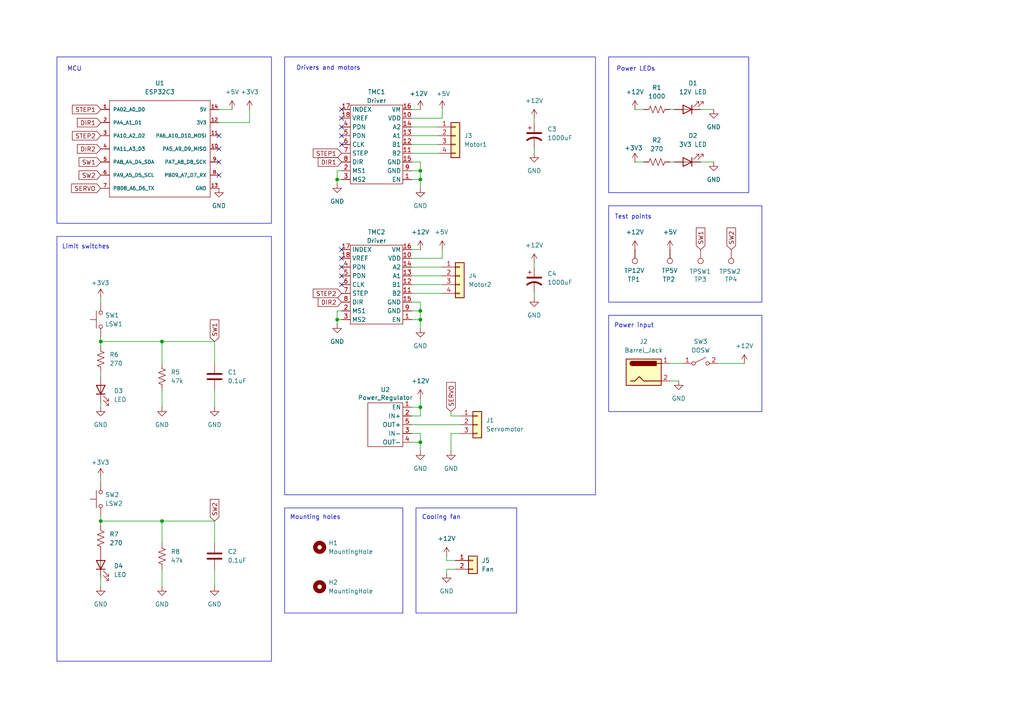
<source format=kicad_sch>
(kicad_sch (version 20250114) (generator "eeschema") (generator_version "9.0")
  (paper "A4")
  (title_block (title "CNChess") (date "2026-01-14") (rev "0") (company "Team 2") (comment 1 "Celeste-Lyi Martel") (comment 2 "Julien St-Jean"))
  (lib_symbols
    (symbol "CNChess:ESP32C3" (pin_names (offset 1.016))
      (property "Reference" "U" (at -21.59 15.24 0))
      (property "Value" "ESP32C3" (at -21.59 13.97 0))
      (symbol "ESP32C3_0_0"
        (polyline (pts (xy -15.24 13.97) (xy 13.97 13.97)) (stroke (width 0.1524)))
        (polyline (pts (xy -15.24 11.43) (xy -16.51 11.43)) (stroke (width 0.1524)))
        (polyline (pts (xy -15.24 11.43) (xy -15.24 13.97)) (stroke (width 0.1524)))
        (polyline (pts (xy -15.24 7.62) (xy -16.51 7.62)) (stroke (width 0.1524)))
        (polyline (pts (xy -15.24 7.62) (xy -15.24 11.43)) (stroke (width 0.1524)))
        (polyline (pts (xy -15.24 3.81) (xy -16.51 3.81)) (stroke (width 0.1524)))
        (polyline (pts (xy -15.24 3.81) (xy -15.24 7.62)) (stroke (width 0.1524)))
        (polyline (pts (xy -15.24 0) (xy -16.51 0)) (stroke (width 0.1524)))
        (polyline (pts (xy -15.24 0) (xy -15.24 3.81)) (stroke (width 0.1524)))
        (polyline (pts (xy -15.24 -3.81) (xy -16.51 -3.81)) (stroke (width 0.1524)))
        (polyline (pts (xy -15.24 -7.62) (xy -16.51 -7.62)) (stroke (width 0.1524)))
        (polyline (pts (xy -15.24 -11.43) (xy -16.51 -11.43)) (stroke (width 0.1524)))
        (polyline (pts (xy -15.24 -13.97) (xy -15.24 0)) (stroke (width 0.1524)))
        (polyline (pts (xy 13.97 13.97) (xy 13.97 11.43)) (stroke (width 0.1524)))
        (polyline (pts (xy 13.97 11.43) (xy 13.97 7.62)) (stroke (width 0.1524)))
        (polyline (pts (xy 13.97 7.62) (xy 13.97 3.81)) (stroke (width 0.1524)))
        (polyline (pts (xy 13.97 3.81) (xy 13.97 -13.97)) (stroke (width 0.1524)))
        (polyline (pts (xy 13.97 -13.97) (xy -15.24 -13.97)) (stroke (width 0.1524)))
        (polyline (pts (xy 15.24 11.43) (xy 13.97 11.43)) (stroke (width 0.1524)))
        (polyline (pts (xy 15.24 7.62) (xy 13.97 7.62)) (stroke (width 0.1524)))
        (polyline (pts (xy 15.24 3.81) (xy 13.97 3.81)) (stroke (width 0.1524)))
        (polyline (pts (xy 15.24 0) (xy 13.97 0)) (stroke (width 0.1524)))
        (polyline (pts (xy 15.24 -3.81) (xy 13.97 -3.81)) (stroke (width 0.1524)))
        (polyline (pts (xy 15.24 -7.62) (xy 13.97 -7.62)) (stroke (width 0.1524)))
        (polyline (pts (xy 15.24 -11.43) (xy 13.97 -11.43)) (stroke (width 0.1524)))
        (pin bidirectional line (at -17.78 11.43 0) (length 2.54) (name "PA02_A0_D0") (number "1"))
        (pin bidirectional line (at -17.78 7.62 0) (length 2.54) (name "PA4_A1_D1") (number "2"))
        (pin bidirectional line (at -17.78 3.81 0) (length 2.54) (name "PA10_A2_D2") (number "3"))
        (pin bidirectional line (at -17.78 0 0) (length 2.54) (name "PA11_A3_D3") (number "4"))
        (pin bidirectional line (at -17.78 -3.81 0) (length 2.54) (name "PA8_A4_D4_SDA") (number "5"))
        (pin bidirectional line (at -17.78 -7.62 0) (length 2.54) (name "PA9_A5_D5_SCL") (number "6"))
        (pin bidirectional line (at -17.78 -11.43 0) (length 2.54) (name "PB08_A6_D6_TX") (number "7"))
        (pin bidirectional line (at 16.51 11.43 180) (length 2.54) (name "5V") (number "14"))
        (pin bidirectional line (at 16.51 3.81 180) (length 2.54) (name "PA6_A10_D10_MOSI") (number "11"))
        (pin bidirectional line (at 16.51 0 180) (length 2.54) (name "PA5_A9_D9_MISO") (number "10"))
        (pin bidirectional line (at 16.51 -3.81 180) (length 2.54) (name "PA7_A8_D8_SCK") (number "9"))
        (pin bidirectional line (at 16.51 -7.62 180) (length 2.54) (name "PB09_A7_D7_RX") (number "8"))
      )
      (symbol "ESP32C3_1_0"
        (pin power_out line (at 16.51 7.62 180) (length 2.54) (name "3V3") (number "12"))
        (pin power_in line (at 16.51 -11.43 180) (length 2.54) (name "GND") (number "13"))
      )
    )
    (symbol "CNChess:REG"
      (property "Reference" "U" (at -3.048 4.318 0))
      (symbol "REG_0_1"
        (rectangle (start -5.08 6.35) (end 5.08 -6.35))
      )
      (symbol "REG_1_1"
        (pin input line (at 7.62 5.08 180) (length 2.54) (name "EN") (number "1"))
        (pin input line (at 7.62 2.54 180) (length 2.54) (name "IN+") (number "2"))
        (pin output line (at 7.62 0 180) (length 2.54) (name "OUT+") (number "5"))
        (pin input line (at 7.62 -2.54 180) (length 2.54) (name "IN-") (number "3"))
        (pin output line (at 7.62 -5.08 180) (length 2.54) (name "OUT-") (number "4"))
      )
    )
    (symbol "CNChess:TMC2209"
      (property "Reference" "TMC2209" (at 0 -6.096 90))
      (symbol "TMC2209_0_1"
        (rectangle (start -7.62 5.08) (end 7.62 -17.78))
      )
      (symbol "TMC2209_1_1"
        (pin input line (at -10.16 3.81 0) (length 2.54) (name "INDEX") (number "17"))
        (pin input line (at -10.16 1.27 0) (length 2.54) (name "VREF") (number "18"))
        (pin bidirectional line (at -10.16 -1.27 0) (length 2.54) (name "PDN") (number "4"))
        (pin bidirectional line (at -10.16 -3.81 0) (length 2.54) (name "PDN") (number "5"))
        (pin input line (at -10.16 -6.35 0) (length 2.54) (name "CLK") (number "6"))
        (pin input line (at -10.16 -8.89 0) (length 2.54) (name "STEP") (number "7"))
        (pin input line (at -10.16 -11.43 0) (length 2.54) (name "DIR") (number "8"))
        (pin input line (at -10.16 -13.97 0) (length 2.54) (name "MS1") (number "2"))
        (pin input line (at -10.16 -16.51 0) (length 2.54) (name "MS2") (number "3"))
        (pin power_in line (at 10.16 3.81 180) (length 2.54) (name "VM") (number "16"))
        (pin power_in line (at 10.16 1.27 180) (length 2.54) (name "VDD") (number "10"))
        (pin passive line (at 10.16 -1.27 180) (length 2.54) (name "A2") (number "14"))
        (pin passive line (at 10.16 -3.81 180) (length 2.54) (name "A1") (number "13"))
        (pin passive line (at 10.16 -6.35 180) (length 2.54) (name "B1") (number "12"))
        (pin passive line (at 10.16 -8.89 180) (length 2.54) (name "B2") (number "11"))
        (pin power_in line (at 10.16 -11.43 180) (length 2.54) (name "GND") (number "15"))
        (pin power_in line (at 10.16 -13.97 180) (length 2.54) (name "GND") (number "9"))
        (pin input line (at 10.16 -16.51 180) (length 2.54) (name "EN") (number "1"))
      )
    )
    (symbol "Connector:Barrel_Jack" (pin_names (offset 1.016))
      (property "Reference" "J" (at 0 5.334 0))
      (property "Value" "Barrel_Jack" (at 0 -5.08 0))
      (symbol "Barrel_Jack_0_1"
        (rectangle (start -5.08 3.81) (end 5.08 -3.81) (stroke (width 0.254)) (fill (type background)))
        (polyline (pts (xy -3.81 -2.54) (xy -2.54 -2.54) (xy -1.27 -1.27) (xy 0 -2.54) (xy 2.54 -2.54) (xy 5.08 -2.54)) (stroke (width 0.254)))
        (arc (start -3.302 1.905) (mid -3.9343 2.54) (end -3.302 3.175) (stroke (width 0.254)))
        (arc (start -3.302 1.905) (mid -3.9343 2.54) (end -3.302 3.175) (stroke (width 0.254)) (fill (type outline)))
        (rectangle (start 3.683 3.175) (end -3.302 1.905) (stroke (width 0.254)) (fill (type outline)))
        (polyline (pts (xy 5.08 2.54) (xy 3.81 2.54)) (stroke (width 0.254)))
      )
      (symbol "Barrel_Jack_1_1"
        (pin passive line (at 7.62 2.54 180) (length 2.54) (name "~") (number "1"))
        (pin passive line (at 7.62 -2.54 180) (length 2.54) (name "~") (number "2"))
      )
    )
    (symbol "Connector:TestPoint" (pin_numbers (hide yes)) (pin_names (offset 0.762) (hide yes))
      (property "Reference" "TP" (at 0 6.858 0))
      (property "Value" "TestPoint" (at 0 5.08 0))
      (symbol "TestPoint_0_1"
        (circle (center 0 3.302) (radius 0.762))
      )
      (symbol "TestPoint_1_1"
        (pin passive line (at 0 0 90) (length 2.54) (name "1") (number "1"))
      )
    )
    (symbol "Connector_Generic:Conn_01x02" (pin_names (offset 1.016) (hide yes))
      (property "Reference" "J" (at 0 2.54 0))
      (property "Value" "Conn_01x02" (at 0 -5.08 0))
      (symbol "Conn_01x02_1_1"
        (rectangle (start -1.27 1.27) (end 1.27 -3.81) (stroke (width 0.254)) (fill (type background)))
        (rectangle (start -1.27 0.127) (end 0 -0.127) (stroke (width 0.1524)))
        (rectangle (start -1.27 -2.413) (end 0 -2.667) (stroke (width 0.1524)))
        (pin passive line (at -5.08 0 0) (length 3.81) (name "Pin_1") (number "1"))
        (pin passive line (at -5.08 -2.54 0) (length 3.81) (name "Pin_2") (number "2"))
      )
    )
    (symbol "Connector_Generic:Conn_01x03" (pin_names (offset 1.016) (hide yes))
      (property "Reference" "J" (at 0 5.08 0))
      (property "Value" "Conn_01x03" (at 0 -5.08 0))
      (symbol "Conn_01x03_1_1"
        (rectangle (start -1.27 3.81) (end 1.27 -3.81) (stroke (width 0.254)) (fill (type background)))
        (rectangle (start -1.27 2.667) (end 0 2.413) (stroke (width 0.1524)))
        (rectangle (start -1.27 0.127) (end 0 -0.127) (stroke (width 0.1524)))
        (rectangle (start -1.27 -2.413) (end 0 -2.667) (stroke (width 0.1524)))
        (pin passive line (at -5.08 2.54 0) (length 3.81) (name "Pin_1") (number "1"))
        (pin passive line (at -5.08 0 0) (length 3.81) (name "Pin_2") (number "2"))
        (pin passive line (at -5.08 -2.54 0) (length 3.81) (name "Pin_3") (number "3"))
      )
    )
    (symbol "Connector_Generic:Conn_01x04" (pin_names (offset 1.016) (hide yes))
      (property "Reference" "J" (at 0 5.08 0))
      (property "Value" "Conn_01x04" (at 0 -7.62 0))
      (symbol "Conn_01x04_1_1"
        (rectangle (start -1.27 3.81) (end 1.27 -6.35) (stroke (width 0.254)) (fill (type background)))
        (rectangle (start -1.27 2.667) (end 0 2.413) (stroke (width 0.1524)))
        (rectangle (start -1.27 0.127) (end 0 -0.127) (stroke (width 0.1524)))
        (rectangle (start -1.27 -2.413) (end 0 -2.667) (stroke (width 0.1524)))
        (rectangle (start -1.27 -4.953) (end 0 -5.207) (stroke (width 0.1524)))
        (pin passive line (at -5.08 2.54 0) (length 3.81) (name "Pin_1") (number "1"))
        (pin passive line (at -5.08 0 0) (length 3.81) (name "Pin_2") (number "2"))
        (pin passive line (at -5.08 -2.54 0) (length 3.81) (name "Pin_3") (number "3"))
        (pin passive line (at -5.08 -5.08 0) (length 3.81) (name "Pin_4") (number "4"))
      )
    )
    (symbol "Device:C" (pin_numbers (hide yes)) (pin_names (offset 0.254))
      (property "Reference" "C" (at 0.635 2.54 0))
      (property "Value" "C" (at 0.635 -2.54 0))
      (symbol "C_0_1"
        (polyline (pts (xy -2.032 0.762) (xy 2.032 0.762)) (stroke (width 0.508)))
        (polyline (pts (xy -2.032 -0.762) (xy 2.032 -0.762)) (stroke (width 0.508)))
      )
      (symbol "C_1_1"
        (pin passive line (at 0 3.81 270) (length 2.794) (name "~") (number "1"))
        (pin passive line (at 0 -3.81 90) (length 2.794) (name "~") (number "2"))
      )
    )
    (symbol "Device:C_Polarized_US" (pin_numbers (hide yes)) (pin_names (offset 0.254) (hide yes))
      (property "Reference" "C" (at 0.635 2.54 0))
      (property "Value" "C_Polarized_US" (at 0.635 -2.54 0))
      (symbol "C_Polarized_US_0_1"
        (polyline (pts (xy -2.032 0.762) (xy 2.032 0.762)) (stroke (width 0.508)))
        (polyline (pts (xy -1.778 2.286) (xy -0.762 2.286)))
        (polyline (pts (xy -1.27 1.778) (xy -1.27 2.794)))
        (arc (start -2.032 -1.27) (mid 0 -0.5572) (end 2.032 -1.27) (stroke (width 0.508)))
      )
      (symbol "C_Polarized_US_1_1"
        (pin passive line (at 0 3.81 270) (length 2.794) (name "~") (number "1"))
        (pin passive line (at 0 -3.81 90) (length 3.302) (name "~") (number "2"))
      )
    )
    (symbol "Device:LED" (pin_numbers (hide yes)) (pin_names (offset 1.016) (hide yes))
      (property "Reference" "D" (at 0 2.54 0))
      (property "Value" "LED" (at 0 -2.54 0))
      (symbol "LED_0_1"
        (polyline (pts (xy -3.048 -0.762) (xy -4.572 -2.286) (xy -3.81 -2.286) (xy -4.572 -2.286) (xy -4.572 -1.524)))
        (polyline (pts (xy -1.778 -0.762) (xy -3.302 -2.286) (xy -2.54 -2.286) (xy -3.302 -2.286) (xy -3.302 -1.524)))
        (polyline (pts (xy -1.27 0) (xy 1.27 0)))
        (polyline (pts (xy -1.27 -1.27) (xy -1.27 1.27)) (stroke (width 0.254)))
        (polyline (pts (xy 1.27 -1.27) (xy 1.27 1.27) (xy -1.27 0) (xy 1.27 -1.27)) (stroke (width 0.254)))
      )
      (symbol "LED_1_1"
        (pin passive line (at -3.81 0 0) (length 2.54) (name "K") (number "1"))
        (pin passive line (at 3.81 0 180) (length 2.54) (name "A") (number "2"))
      )
    )
    (symbol "Device:R_US" (pin_numbers (hide yes)) (pin_names (offset 0))
      (property "Reference" "R" (at 2.54 0 90))
      (property "Value" "R_US" (at -2.54 0 90))
      (symbol "R_US_0_1"
        (polyline (pts (xy 0 2.286) (xy 0 2.54)))
        (polyline (pts (xy 0 2.286) (xy 1.016 1.905) (xy 0 1.524) (xy -1.016 1.143) (xy 0 0.762)))
        (polyline (pts (xy 0 0.762) (xy 1.016 0.381) (xy 0 0) (xy -1.016 -0.381) (xy 0 -0.762)))
        (polyline (pts (xy 0 -0.762) (xy 1.016 -1.143) (xy 0 -1.524) (xy -1.016 -1.905) (xy 0 -2.286)))
        (polyline (pts (xy 0 -2.286) (xy 0 -2.54)))
      )
      (symbol "R_US_1_1"
        (pin passive line (at 0 3.81 270) (length 1.27) (name "~") (number "1"))
        (pin passive line (at 0 -3.81 90) (length 1.27) (name "~") (number "2"))
      )
    )
    (symbol "Mechanical:MountingHole" (pin_names (offset 1.016)) (exclude_from_sim yes) (in_bom no)
      (property "Reference" "H" (at 0 5.08 0))
      (property "Value" "MountingHole" (at 0 3.175 0))
      (symbol "MountingHole_0_1"
        (circle (center 0 0) (radius 1.27) (stroke (width 1.27)))
      )
    )
    (symbol "Switch:SW_Push" (pin_numbers (hide yes)) (pin_names (offset 1.016) (hide yes))
      (property "Reference" "SW" (at 1.27 2.54 0))
      (property "Value" "SW_Push" (at 0 -1.524 0))
      (symbol "SW_Push_0_1"
        (circle (center -2.032 0) (radius 0.508))
        (polyline (pts (xy 0 1.27) (xy 0 3.048)))
        (circle (center 2.032 0) (radius 0.508))
        (polyline (pts (xy 2.54 1.27) (xy -2.54 1.27)))
        (pin passive line (at -5.08 0 0) (length 2.54) (name "1") (number "1"))
        (pin passive line (at 5.08 0 180) (length 2.54) (name "2") (number "2"))
      )
    )
    (symbol "Switch:SW_SPST" (pin_names (offset 0) (hide yes))
      (property "Reference" "SW" (at 0 3.175 0))
      (property "Value" "SW_SPST" (at 0 -2.54 0))
      (symbol "SW_SPST_0_0"
        (circle (center -2.032 0) (radius 0.508))
        (polyline (pts (xy -1.524 0.254) (xy 1.524 1.778)))
        (circle (center 2.032 0) (radius 0.508))
      )
      (symbol "SW_SPST_1_1"
        (pin passive line (at -5.08 0 0) (length 2.54) (name "A") (number "1"))
        (pin passive line (at 5.08 0 180) (length 2.54) (name "B") (number "2"))
      )
    )
    (symbol "TMC2209_1"
      (property "Reference" "TMC2209" (at 0 -6.096 90))
      (symbol "TMC2209_1_0_1"
        (rectangle (start -7.62 5.08) (end 7.62 -17.78))
      )
      (symbol "TMC2209_1_1_1"
        (pin input line (at -10.16 3.81 0) (length 2.54) (name "INDEX") (number "17"))
        (pin input line (at -10.16 1.27 0) (length 2.54) (name "VREF") (number "18"))
        (pin bidirectional line (at -10.16 -1.27 0) (length 2.54) (name "PDN") (number "4"))
        (pin bidirectional line (at -10.16 -3.81 0) (length 2.54) (name "PDN") (number "5"))
        (pin input line (at -10.16 -6.35 0) (length 2.54) (name "CLK") (number "6"))
        (pin input line (at -10.16 -8.89 0) (length 2.54) (name "STEP") (number "7"))
        (pin input line (at -10.16 -11.43 0) (length 2.54) (name "DIR") (number "8"))
        (pin input line (at -10.16 -13.97 0) (length 2.54) (name "MS1") (number "2"))
        (pin input line (at -10.16 -16.51 0) (length 2.54) (name "MS2") (number "3"))
        (pin power_in line (at 10.16 3.81 180) (length 2.54) (name "VM") (number "16"))
        (pin power_in line (at 10.16 1.27 180) (length 2.54) (name "VDD") (number "10"))
        (pin passive line (at 10.16 -1.27 180) (length 2.54) (name "A2") (number "14"))
        (pin passive line (at 10.16 -3.81 180) (length 2.54) (name "A1") (number "13"))
        (pin passive line (at 10.16 -6.35 180) (length 2.54) (name "B1") (number "12"))
        (pin passive line (at 10.16 -8.89 180) (length 2.54) (name "B2") (number "11"))
        (pin power_in line (at 10.16 -11.43 180) (length 2.54) (name "GND") (number "15"))
        (pin power_in line (at 10.16 -13.97 180) (length 2.54) (name "GND") (number "9"))
        (pin input line (at 10.16 -16.51 180) (length 2.54) (name "EN") (number "1"))
      )
    )
    (symbol "power:+5V" (power) (pin_numbers (hide yes)) (pin_names (offset 0) (hide yes))
      (property "Value" "+5V" (at 0 3.556 0))
      (symbol "+5V_0_1"
        (polyline (pts (xy -0.762 1.27) (xy 0 2.54)))
        (polyline (pts (xy 0 2.54) (xy 0.762 1.27)))
        (polyline (pts (xy 0 0) (xy 0 2.54)))
      )
      (symbol "+5V_1_1"
        (pin power_in line (at 0 0 90) (length 0) (name "~") (number "1"))
      )
    )
    (symbol "power:GND" (power) (pin_numbers (hide yes)) (pin_names (offset 0) (hide yes))
      (property "Value" "GND" (at 0 -3.81 0))
      (symbol "GND_0_1"
        (polyline (pts (xy 0 0) (xy 0 -1.27) (xy 1.27 -1.27) (xy 0 -2.54) (xy -1.27 -1.27) (xy 0 -1.27)))
      )
      (symbol "GND_1_1"
        (pin power_in line (at 0 0 270) (length 0) (name "~") (number "1"))
      )
    )
  )
  (rectangle (start 176.53 59.69) (end 220.98 87.63))
  (rectangle (start 16.51 16.51) (end 78.74 64.77))
  (rectangle (start 16.51 68.58) (end 78.74 191.77))
  (rectangle (start 82.55 16.51) (end 172.72 143.51))
  (rectangle (start 120.65 147.32) (end 149.86 177.8))
  (rectangle (start 176.53 16.51) (end 217.17 55.88))
  (rectangle (start 82.55 147.32) (end 116.84 177.8))
  (rectangle (start 176.53 91.44) (end 220.98 119.38))
  (text "Limit switches" (at 24.892 71.628 0) (effects (font (size 1.27 1.27))))
  (text "Mounting holes" (at 91.44 150.114 0) (effects (font (size 1.27 1.27))))
  (text "Drivers and motors" (at 95.25 19.812 0) (effects (font (size 1.27 1.27))))
  (text "Cooling fan" (at 128.016 150.114 0) (effects (font (size 1.27 1.27))))
  (text "Test points" (at 183.642 62.992 0) (effects (font (size 1.27 1.27))))
  (text "MCU" (at 21.59 20.066 0) (effects (font (size 1.27 1.27))))
  (text "Power LEDs" (at 184.404 20.066 0) (effects (font (size 1.27 1.27))))
  (text "Power input" (at 183.896 94.488 0) (effects (font (size 1.27 1.27))))
  (junction (at 29.21 99.06))
  (junction (at 46.99 99.06))
  (junction (at 121.92 92.71))
  (junction (at 121.92 118.11))
  (junction (at 121.92 52.07))
  (junction (at 121.92 128.27))
  (junction (at 97.79 52.07))
  (junction (at 46.99 151.13))
  (junction (at 97.79 92.71))
  (junction (at 29.21 151.13))
  (junction (at 121.92 90.17))
  (junction (at 121.92 49.53))
  (no_connect (at 99.06 72.39))
  (no_connect (at 99.06 82.55))
  (no_connect (at 99.06 39.37))
  (no_connect (at 63.5 43.18))
  (no_connect (at 63.5 46.99))
  (no_connect (at 63.5 50.8))
  (no_connect (at 63.5 39.37))
  (no_connect (at 99.06 34.29))
  (no_connect (at 99.06 36.83))
  (no_connect (at 99.06 80.01))
  (no_connect (at 99.06 31.75))
  (no_connect (at 99.06 77.47))
  (no_connect (at 99.06 74.93))
  (no_connect (at 99.06 41.91))
  (wire (pts (xy 119.38 72.39) (xy 121.92 72.39)))
  (wire (pts (xy 119.38 49.53) (xy 121.92 49.53)))
  (wire (pts (xy 97.79 90.17) (xy 97.79 92.71)))
  (wire (pts (xy 46.99 113.03) (xy 46.99 118.11)))
  (wire (pts (xy 121.92 115.57) (xy 121.92 118.11)))
  (wire (pts (xy 121.92 87.63) (xy 121.92 90.17)))
  (wire (pts (xy 29.21 99.06) (xy 46.99 99.06)))
  (wire (pts (xy 121.92 120.65) (xy 121.92 118.11)))
  (wire (pts (xy 119.38 36.83) (xy 127 36.83)))
  (wire (pts (xy 184.15 46.99) (xy 186.69 46.99)))
  (wire (pts (xy 121.92 125.73) (xy 121.92 128.27)))
  (wire (pts (xy 97.79 52.07) (xy 99.06 52.07)))
  (wire (pts (xy 99.06 90.17) (xy 97.79 90.17)))
  (wire (pts (xy 132.08 162.56) (xy 129.54 162.56)))
  (wire (pts (xy 72.39 31.75) (xy 72.39 35.56)))
  (wire (pts (xy 46.99 151.13) (xy 62.23 151.13)))
  (wire (pts (xy 119.38 90.17) (xy 121.92 90.17)))
  (wire (pts (xy 46.99 165.1) (xy 46.99 170.18)))
  (wire (pts (xy 121.92 118.11) (xy 119.38 118.11)))
  (wire (pts (xy 119.38 31.75) (xy 121.92 31.75)))
  (wire (pts (xy 130.81 130.81) (xy 130.81 125.73)))
  (wire (pts (xy 207.01 31.75) (xy 203.2 31.75)))
  (wire (pts (xy 128.27 74.93) (xy 119.38 74.93)))
  (wire (pts (xy 194.31 105.41) (xy 198.12 105.41)))
  (wire (pts (xy 121.92 128.27) (xy 121.92 130.81)))
  (wire (pts (xy 121.92 46.99) (xy 121.92 49.53)))
  (wire (pts (xy 62.23 165.1) (xy 62.23 170.18)))
  (wire (pts (xy 63.5 31.75) (xy 67.31 31.75)))
  (wire (pts (xy 119.38 44.45) (xy 127 44.45)))
  (wire (pts (xy 130.81 120.65) (xy 133.35 120.65)))
  (wire (pts (xy 121.92 52.07) (xy 121.92 54.61)))
  (wire (pts (xy 29.21 99.06) (xy 29.21 100.33)))
  (wire (pts (xy 97.79 52.07) (xy 97.79 53.34)))
  (wire (pts (xy 119.38 39.37) (xy 127 39.37)))
  (wire (pts (xy 128.27 72.39) (xy 128.27 74.93)))
  (wire (pts (xy 184.15 31.75) (xy 186.69 31.75)))
  (wire (pts (xy 129.54 165.1) (xy 129.54 166.37)))
  (wire (pts (xy 62.23 113.03) (xy 62.23 118.11)))
  (wire (pts (xy 119.38 80.01) (xy 128.27 80.01)))
  (wire (pts (xy 46.99 105.41) (xy 46.99 99.06)))
  (wire (pts (xy 97.79 92.71) (xy 99.06 92.71)))
  (wire (pts (xy 29.21 109.22) (xy 29.21 107.95)))
  (wire (pts (xy 99.06 49.53) (xy 97.79 49.53)))
  (wire (pts (xy 29.21 116.84) (xy 29.21 118.11)))
  (wire (pts (xy 29.21 149.86) (xy 29.21 151.13)))
  (wire (pts (xy 72.39 35.56) (xy 63.5 35.56)))
  (wire (pts (xy 46.99 99.06) (xy 62.23 99.06)))
  (wire (pts (xy 208.28 105.41) (xy 215.9 105.41)))
  (wire (pts (xy 132.08 165.1) (xy 129.54 165.1)))
  (wire (pts (xy 46.99 157.48) (xy 46.99 151.13)))
  (wire (pts (xy 130.81 119.38) (xy 130.81 120.65)))
  (wire (pts (xy 121.92 49.53) (xy 121.92 52.07)))
  (wire (pts (xy 62.23 151.13) (xy 62.23 157.48)))
  (wire (pts (xy 119.38 125.73) (xy 121.92 125.73)))
  (wire (pts (xy 194.31 31.75) (xy 195.58 31.75)))
  (wire (pts (xy 29.21 151.13) (xy 46.99 151.13)))
  (wire (pts (xy 154.94 76.2) (xy 154.94 77.47)))
  (wire (pts (xy 119.38 128.27) (xy 121.92 128.27)))
  (wire (pts (xy 119.38 41.91) (xy 127 41.91)))
  (wire (pts (xy 194.31 46.99) (xy 195.58 46.99)))
  (wire (pts (xy 119.38 52.07) (xy 121.92 52.07)))
  (wire (pts (xy 128.27 34.29) (xy 119.38 34.29)))
  (wire (pts (xy 29.21 86.36) (xy 29.21 87.63)))
  (wire (pts (xy 119.38 82.55) (xy 128.27 82.55)))
  (wire (pts (xy 154.94 86.36) (xy 154.94 85.09)))
  (wire (pts (xy 194.31 110.49) (xy 196.85 110.49)))
  (wire (pts (xy 29.21 97.79) (xy 29.21 99.06)))
  (wire (pts (xy 97.79 49.53) (xy 97.79 52.07)))
  (wire (pts (xy 62.23 99.06) (xy 62.23 105.41)))
  (wire (pts (xy 119.38 92.71) (xy 121.92 92.71)))
  (wire (pts (xy 119.38 77.47) (xy 128.27 77.47)))
  (wire (pts (xy 97.79 92.71) (xy 97.79 93.98)))
  (wire (pts (xy 121.92 92.71) (xy 121.92 95.25)))
  (wire (pts (xy 119.38 123.19) (xy 133.35 123.19)))
  (wire (pts (xy 154.94 44.45) (xy 154.94 43.18)))
  (wire (pts (xy 29.21 151.13) (xy 29.21 152.4)))
  (wire (pts (xy 119.38 120.65) (xy 121.92 120.65)))
  (wire (pts (xy 154.94 34.29) (xy 154.94 35.56)))
  (wire (pts (xy 128.27 31.75) (xy 128.27 34.29)))
  (wire (pts (xy 29.21 138.43) (xy 29.21 139.7)))
  (wire (pts (xy 29.21 167.64) (xy 29.21 170.18)))
  (wire (pts (xy 119.38 85.09) (xy 128.27 85.09)))
  (wire (pts (xy 207.01 46.99) (xy 203.2 46.99)))
  (wire (pts (xy 119.38 46.99) (xy 121.92 46.99)))
  (wire (pts (xy 129.54 162.56) (xy 129.54 161.29)))
  (wire (pts (xy 121.92 90.17) (xy 121.92 92.71)))
  (wire (pts (xy 119.38 87.63) (xy 121.92 87.63)))
  (wire (pts (xy 130.81 125.73) (xy 133.35 125.73)))
  (global_label "STEP1" (shape input) (at 29.21 31.75 180) (property "Intersheetrefs" "${INTERSHEET_REFS}" (effects (hide yes))))
  (global_label "DIR2" (shape input) (at 29.21 43.18 180) (property "Intersheetrefs" "${INTERSHEET_REFS}" (effects (hide yes))))
  (global_label "SW1" (shape input) (at 29.21 46.99 180) (property "Intersheetrefs" "${INTERSHEET_REFS}" (effects (hide yes))))
  (global_label "SW1" (shape input) (at 203.2 72.39 90) (property "Intersheetrefs" "${INTERSHEET_REFS}" (effects (hide yes))))
  (global_label "SW1" (shape input) (at 62.23 99.06 90) (property "Intersheetrefs" "${INTERSHEET_REFS}" (effects (hide yes))))
  (global_label "STEP1" (shape input) (at 99.06 44.45 180) (property "Intersheetrefs" "${INTERSHEET_REFS}" (effects (hide yes))))
  (global_label "SERVO" (shape input) (at 29.21 54.61 180) (property "Intersheetrefs" "${INTERSHEET_REFS}" (effects (hide yes))))
  (global_label "SW2" (shape input) (at 62.23 151.13 90) (property "Intersheetrefs" "${INTERSHEET_REFS}" (effects (hide yes))))
  (global_label "SERVO" (shape input) (at 130.81 119.38 90) (property "Intersheetrefs" "${INTERSHEET_REFS}" (effects (hide yes))))
  (global_label "DIR2" (shape input) (at 99.06 87.63 180) (property "Intersheetrefs" "${INTERSHEET_REFS}" (effects (hide yes))))
  (global_label "DIR1" (shape input) (at 99.06 46.99 180) (property "Intersheetrefs" "${INTERSHEET_REFS}" (effects (hide yes))))
  (global_label "SW2" (shape input) (at 212.09 72.39 90) (property "Intersheetrefs" "${INTERSHEET_REFS}" (effects (hide yes))))
  (global_label "STEP2" (shape input) (at 29.21 39.37 180) (property "Intersheetrefs" "${INTERSHEET_REFS}" (effects (hide yes))))
  (global_label "DIR1" (shape input) (at 29.21 35.56 180) (property "Intersheetrefs" "${INTERSHEET_REFS}" (effects (hide yes))))
  (global_label "SW2" (shape input) (at 29.21 50.8 180) (property "Intersheetrefs" "${INTERSHEET_REFS}" (effects (hide yes))))
  (global_label "STEP2" (shape input) (at 99.06 85.09 180) (property "Intersheetrefs" "${INTERSHEET_REFS}" (effects (hide yes))))
  (symbol (lib_id "Mechanical:MountingHole") (at 92.71 170.18 0) (unit 1) (exclude_from_sim yes) (in_bom no)
    (property "Reference" "H2" (at 95.25 168.9099 0) (effects (justify left)))
    (property "Value" "MountingHole" (at 95.25 171.4499 0) (effects (justify left)))
    (property "Footprint" "MountingHole:MountingHole_3.2mm_M3_Pad" (effects (hide yes)))
    (property "Description" "Mounting Hole without connection" (effects (hide yes)))
  )
  (symbol (lib_id "Connector:TestPoint") (at 203.2 72.39 180) (unit 1)
    (property "Reference" "TP3" (at 204.978 81.026 0) (effects (justify left)))
    (property "Value" "TPSW1" (at 206.248 78.74 0) (effects (justify left)))
    (property "Footprint" "TestPoint:TestPoint_Pad_D1.5mm" (effects (hide yes)))
    (property "Description" "test point" (effects (hide yes)))
  )
  (symbol (lib_id "power:+5V") (at 154.94 34.29 0) (unit 1)
    (property "Reference" "#PWR020" (effects (hide yes)))
    (property "Value" "+12V" (at 154.94 29.21 0))
    (property "Description" "Power symbol creates a global label with name \"+5V\"" (effects (hide yes)))
  )
  (symbol (lib_id "power:+5V") (at 184.15 72.39 0) (unit 1)
    (property "Reference" "#PWR012" (effects (hide yes)))
    (property "Value" "+12V" (at 184.15 67.31 0))
    (property "Description" "Power symbol creates a global label with name \"+5V\"" (effects (hide yes)))
  )
  (symbol (lib_id "Connector:TestPoint") (at 194.31 72.39 180) (unit 1)
    (property "Reference" "TP2" (at 195.834 81.026 0) (effects (justify left)))
    (property "Value" "TP5V" (at 196.596 78.486 0) (effects (justify left)))
    (property "Footprint" "TestPoint:TestPoint_Pad_D1.5mm" (effects (hide yes)))
    (property "Description" "test point" (effects (hide yes)))
  )
  (symbol (lib_id "Device:LED") (at 29.21 163.83 90) (unit 1)
    (property "Reference" "D4" (at 33.02 164.1474 90) (effects (justify right)))
    (property "Value" "LED" (at 33.02 166.6874 90) (effects (justify right)))
    (property "Footprint" "Connector_JST:JST_XH_B2B-XH-A_1x02_P2.50mm_Vertical" (effects (hide yes)))
    (property "Description" "Light emitting diode" (effects (hide yes)))
    (property "Sim.Pins" "1=K 2=A" (effects (hide yes)))
  )
  (symbol (lib_id "power:+5V") (at 121.92 115.57 0) (unit 1)
    (property "Reference" "#PWR025" (effects (hide yes)))
    (property "Value" "+12V" (at 121.92 110.49 0))
    (property "Description" "Power symbol creates a global label with name \"+5V\"" (effects (hide yes)))
  )
  (symbol (lib_id "power:+5V") (at 184.15 31.75 0) (unit 1)
    (property "Reference" "#PWR02" (effects (hide yes)))
    (property "Value" "+12V" (at 184.15 26.67 0))
    (property "Description" "Power symbol creates a global label with name \"+5V\"" (effects (hide yes)))
  )
  (symbol (lib_id "Connector:TestPoint") (at 212.09 72.39 180) (unit 1)
    (property "Reference" "TP4" (at 213.868 81.026 0) (effects (justify left)))
    (property "Value" "TPSW2" (at 214.884 78.74 0) (effects (justify left)))
    (property "Footprint" "TestPoint:TestPoint_Pad_D1.5mm" (effects (hide yes)))
    (property "Description" "test point" (effects (hide yes)))
  )
  (symbol (lib_id "power:+5V") (at 128.27 31.75 0) (unit 1)
    (property "Reference" "#PWR022" (effects (hide yes)))
    (property "Value" "+5V" (at 126.492 27.178 0) (effects (justify left)))
    (property "Description" "Power symbol creates a global label with name \"+5V\"" (effects (hide yes)))
  )
  (symbol (lib_id "Device:C") (at 62.23 109.22 0) (unit 1)
    (property "Reference" "C1" (at 66.04 107.9499 0) (effects (justify left)))
    (property "Value" "0.1uF" (at 66.04 110.4899 0) (effects (justify left)))
    (property "Footprint" "CNChess_footprints:CAP0_1u" (effects (hide yes)))
    (property "Description" "Unpolarized capacitor" (effects (hide yes)))
  )
  (symbol (lib_id "Device:R_US") (at 29.21 156.21 180) (unit 1)
    (property "Reference" "R7" (at 31.75 154.9399 0) (effects (justify right)))
    (property "Value" "270" (at 31.75 157.4799 0) (effects (justify right)))
    (property "Footprint" "Resistor_THT:R_Axial_DIN0204_L3.6mm_D1.6mm_P5.08mm_Horizontal" (effects (hide yes)))
    (property "Description" "Resistor, US symbol" (effects (hide yes)))
  )
  (symbol (lib_id "CNChess:TMC2209") (at 109.22 76.2 0) (unit 1)
    (property "Reference" "TMC2" (at 109.22 67.31 0))
    (property "Value" "Driver" (at 109.22 69.85 0))
    (property "Footprint" "CNChess_footprints:TMC2209" (effects (hide yes)))
  )
  (symbol (lib_id "power:+5V") (at 121.92 72.39 0) (unit 1)
    (property "Reference" "#PWR015" (effects (hide yes)))
    (property "Value" "+12V" (at 121.92 67.31 0))
    (property "Description" "Power symbol creates a global label with name \"+5V\"" (effects (hide yes)))
  )
  (symbol (lib_id "power:GND") (at 196.85 110.49 0) (unit 1)
    (property "Reference" "#PWR029" (effects (hide yes)))
    (property "Value" "GND" (at 196.85 115.57 0))
    (property "Description" "Power symbol creates a global label with name \"GND\" , ground" (effects (hide yes)))
  )
  (symbol (lib_id "power:+5V") (at 29.21 86.36 0) (unit 1)
    (property "Reference" "#PWR08" (effects (hide yes)))
    (property "Value" "+3V3" (at 26.416 82.042 0) (effects (justify left)))
    (property "Description" "Power symbol creates a global label with name \"+5V\"" (effects (hide yes)))
  )
  (symbol (lib_name "TMC2209_1") (lib_id "CNChess:TMC2209") (at 109.22 35.56 0) (unit 1)
    (property "Reference" "TMC1" (at 109.22 26.67 0))
    (property "Value" "Driver" (at 109.22 29.21 0))
    (property "Footprint" "CNChess_footprints:TMC2209" (effects (hide yes)))
  )
  (symbol (lib_id "Device:C_Polarized_US") (at 154.94 39.37 0) (unit 1)
    (property "Reference" "C3" (at 158.75 37.4649 0) (effects (justify left)))
    (property "Value" "1000uF" (at 158.75 40.0049 0) (effects (justify left)))
    (property "Footprint" "Capacitor_THT:CP_Radial_D8.0mm_P3.50mm" (effects (hide yes)))
    (property "Description" "Polarized capacitor, US symbol" (effects (hide yes)))
  )
  (symbol (lib_id "power:+5V") (at 184.15 46.99 0) (unit 1)
    (property "Reference" "#PWR03" (effects (hide yes)))
    (property "Value" "+3V3" (at 181.102 42.926 0) (effects (justify left)))
    (property "Description" "Power symbol creates a global label with name \"+5V\"" (effects (hide yes)))
  )
  (symbol (lib_id "power:GND") (at 121.92 95.25 0) (unit 1)
    (property "Reference" "#PWR014" (effects (hide yes)))
    (property "Value" "GND" (at 121.92 100.33 0))
    (property "Description" "Power symbol creates a global label with name \"GND\" , ground" (effects (hide yes)))
  )
  (symbol (lib_id "Device:R_US") (at 190.5 31.75 90) (unit 1)
    (property "Reference" "R1" (at 190.5 25.4 90))
    (property "Value" "1000" (at 190.5 27.94 90))
    (property "Footprint" "Resistor_THT:R_Axial_DIN0204_L3.6mm_D1.6mm_P5.08mm_Horizontal" (effects (hide yes)))
    (property "Description" "Resistor, US symbol" (effects (hide yes)))
  )
  (symbol (lib_id "power:+5V") (at 67.31 31.75 0) (unit 1)
    (property "Reference" "#PWR05" (effects (hide yes)))
    (property "Value" "+5V" (at 67.31 26.67 0))
    (property "Description" "Power symbol creates a global label with name \"+5V\"" (effects (hide yes)))
  )
  (symbol (lib_id "power:+5V") (at 129.54 161.29 0) (unit 1)
    (property "Reference" "#PWR030" (effects (hide yes)))
    (property "Value" "+12V" (at 129.54 156.21 0))
    (property "Description" "Power symbol creates a global label with name \"+5V\"" (effects (hide yes)))
  )
  (symbol (lib_id "Device:LED") (at 199.39 46.99 180) (unit 1)
    (property "Reference" "D2" (at 200.9775 39.37 0))
    (property "Value" "3V3 LED" (at 200.9775 41.91 0))
    (property "Footprint" "Connector_JST:JST_XH_B2B-XH-A_1x02_P2.50mm_Vertical" (effects (hide yes)))
    (property "Description" "Light emitting diode" (effects (hide yes)))
    (property "Sim.Pins" "1=K 2=A" (effects (hide yes)))
  )
  (symbol (lib_id "power:GND") (at 121.92 130.81 0) (unit 1)
    (property "Reference" "#PWR035" (effects (hide yes)))
    (property "Value" "GND" (at 121.92 135.89 0))
    (property "Description" "Power symbol creates a global label with name \"GND\" , ground" (effects (hide yes)))
  )
  (symbol (lib_id "power:GND") (at 97.79 93.98 0) (unit 1)
    (property "Reference" "#PWR016" (effects (hide yes)))
    (property "Value" "GND" (at 97.79 99.06 0))
    (property "Description" "Power symbol creates a global label with name \"GND\" , ground" (effects (hide yes)))
  )
  (symbol (lib_id "power:+5V") (at 154.94 76.2 0) (unit 1)
    (property "Reference" "#PWR026" (effects (hide yes)))
    (property "Value" "+12V" (at 154.94 71.12 0))
    (property "Description" "Power symbol creates a global label with name \"+5V\"" (effects (hide yes)))
  )
  (symbol (lib_id "Device:R_US") (at 29.21 104.14 180) (unit 1)
    (property "Reference" "R6" (at 31.75 102.8699 0) (effects (justify right)))
    (property "Value" "270" (at 31.75 105.4099 0) (effects (justify right)))
    (property "Footprint" "Resistor_THT:R_Axial_DIN0204_L3.6mm_D1.6mm_P5.08mm_Horizontal" (effects (hide yes)))
    (property "Description" "Resistor, US symbol" (effects (hide yes)))
  )
  (symbol (lib_id "power:+5V") (at 121.92 31.75 0) (unit 1)
    (property "Reference" "#PWR018" (effects (hide yes)))
    (property "Value" "+12V" (at 121.412 27.178 0))
    (property "Description" "Power symbol creates a global label with name \"+5V\"" (effects (hide yes)))
  )
  (symbol (lib_id "Connector:Barrel_Jack") (at 186.69 107.95 0) (unit 1)
    (property "Reference" "J2" (at 186.69 99.06 0))
    (property "Value" "Barrel_Jack" (at 186.69 101.6 0))
    (property "Footprint" "CNChess_footprints:BarrelJack_Horizontal" (effects (hide yes)))
    (property "Description" "DC Barrel Jack" (effects (hide yes)))
  )
  (symbol (lib_id "Switch:SW_Push") (at 29.21 144.78 90) (unit 1)
    (property "Reference" "SW2" (at 30.48 143.5099 90) (effects (justify right)))
    (property "Value" "LSW2" (at 30.48 146.0499 90) (effects (justify right)))
    (property "Footprint" "Connector_JST:JST_XH_B2B-XH-A_1x02_P2.50mm_Vertical" (effects (hide yes)))
    (property "Description" "Push button switch, generic, two pins" (effects (hide yes)))
  )
  (symbol (lib_id "power:GND") (at 154.94 86.36 0) (unit 1)
    (property "Reference" "#PWR027" (effects (hide yes)))
    (property "Value" "GND" (at 154.94 91.44 0))
    (property "Description" "Power symbol creates a global label with name \"GND\" , ground" (effects (hide yes)))
  )
  (symbol (lib_id "power:+5V") (at 215.9 105.41 0) (unit 1)
    (property "Reference" "#PWR028" (effects (hide yes)))
    (property "Value" "+12V" (at 215.9 100.33 0))
    (property "Description" "Power symbol creates a global label with name \"+5V\"" (effects (hide yes)))
  )
  (symbol (lib_id "Device:R_US") (at 46.99 161.29 180) (unit 1)
    (property "Reference" "R8" (at 49.53 160.0199 0) (effects (justify right)))
    (property "Value" "47k" (at 49.53 162.5599 0) (effects (justify right)))
    (property "Footprint" "Resistor_THT:R_Axial_DIN0204_L3.6mm_D1.6mm_P5.08mm_Horizontal" (effects (hide yes)))
    (property "Description" "Resistor, US symbol" (effects (hide yes)))
  )
  (symbol (lib_id "power:GND") (at 62.23 118.11 0) (unit 1)
    (property "Reference" "#PWR032" (effects (hide yes)))
    (property "Value" "GND" (at 62.23 123.19 0))
    (property "Description" "Power symbol creates a global label with name \"GND\" , ground" (effects (hide yes)))
  )
  (symbol (lib_id "power:GND") (at 129.54 166.37 0) (unit 1)
    (property "Reference" "#PWR031" (effects (hide yes)))
    (property "Value" "GND" (at 129.54 171.45 0))
    (property "Description" "Power symbol creates a global label with name \"GND\" , ground" (effects (hide yes)))
  )
  (symbol (lib_id "Connector_Generic:Conn_01x04") (at 133.35 80.01 0) (unit 1)
    (property "Reference" "J4" (at 135.89 80.0099 0) (effects (justify left)))
    (property "Value" "Motor2" (at 135.89 82.5499 0) (effects (justify left)))
    (property "Footprint" "Connector_JST:JST_XH_B4B-XH-A_1x04_P2.50mm_Vertical" (effects (hide yes)))
    (property "Description" "Generic connector, single row, 01x04, script generated (kicad-library-utils/schlib/autogen/connector/)" (effects (hide yes)))
  )
  (symbol (lib_id "power:+5V") (at 72.39 31.75 0) (unit 1)
    (property "Reference" "#PWR036" (effects (hide yes)))
    (property "Value" "+3V3" (at 72.39 26.67 0))
    (property "Description" "Power symbol creates a global label with name \"+5V\"" (effects (hide yes)))
  )
  (symbol (lib_id "CNChess:REG") (at 111.76 123.19 0) (unit 1)
    (property "Reference" "U2" (at 111.76 113.03 0))
    (property "Value" "Power_Regulator" (at 111.76 115.316 0))
    (property "Footprint" "CNChess_footprints:Reg_12V" (effects (hide yes)))
  )
  (symbol (lib_id "power:+5V") (at 194.31 72.39 0) (unit 1)
    (property "Reference" "#PWR011" (effects (hide yes)))
    (property "Value" "+5V" (at 194.31 67.31 0))
    (property "Description" "Power symbol creates a global label with name \"+5V\"" (effects (hide yes)))
  )
  (symbol (lib_id "power:GND") (at 154.94 44.45 0) (unit 1)
    (property "Reference" "#PWR021" (effects (hide yes)))
    (property "Value" "GND" (at 154.94 49.53 0))
    (property "Description" "Power symbol creates a global label with name \"GND\" , ground" (effects (hide yes)))
  )
  (symbol (lib_id "power:GND") (at 29.21 118.11 0) (unit 1)
    (property "Reference" "#PWR09" (effects (hide yes)))
    (property "Value" "GND" (at 29.21 123.19 0))
    (property "Description" "Power symbol creates a global label with name \"GND\" , ground" (effects (hide yes)))
  )
  (symbol (lib_id "Switch:SW_Push") (at 29.21 92.71 90) (unit 1)
    (property "Reference" "SW1" (at 30.48 91.4399 90) (effects (justify right)))
    (property "Value" "LSW1" (at 30.48 93.9799 90) (effects (justify right)))
    (property "Footprint" "Connector_JST:JST_XH_B2B-XH-A_1x02_P2.50mm_Vertical" (effects (hide yes)))
    (property "Description" "Push button switch, generic, two pins" (effects (hide yes)))
  )
  (symbol (lib_id "power:GND") (at 130.81 130.81 0) (unit 1)
    (property "Reference" "#PWR034" (effects (hide yes)))
    (property "Value" "GND" (at 130.81 135.89 0))
    (property "Description" "Power symbol creates a global label with name \"GND\" , ground" (effects (hide yes)))
  )
  (symbol (lib_id "Mechanical:MountingHole") (at 92.71 158.75 0) (unit 1) (exclude_from_sim yes) (in_bom no)
    (property "Reference" "H1" (at 95.25 157.4799 0) (effects (justify left)))
    (property "Value" "MountingHole" (at 95.25 160.0199 0) (effects (justify left)))
    (property "Footprint" "MountingHole:MountingHole_3.2mm_M3_Pad" (effects (hide yes)))
    (property "Description" "Mounting Hole without connection" (effects (hide yes)))
  )
  (symbol (lib_id "Device:C") (at 62.23 161.29 0) (unit 1)
    (property "Reference" "C2" (at 66.04 160.0199 0) (effects (justify left)))
    (property "Value" "0.1uF" (at 66.04 162.5599 0) (effects (justify left)))
    (property "Footprint" "CNChess_footprints:CAP0_1u" (effects (hide yes)))
    (property "Description" "Unpolarized capacitor" (effects (hide yes)))
  )
  (symbol (lib_id "power:GND") (at 63.5 54.61 0) (unit 1)
    (property "Reference" "#PWR01" (effects (hide yes)))
    (property "Value" "GND" (at 63.5 59.69 0))
    (property "Description" "Power symbol creates a global label with name \"GND\" , ground" (effects (hide yes)))
  )
  (symbol (lib_id "Connector:TestPoint") (at 184.15 72.39 180) (unit 1)
    (property "Reference" "TP1" (at 185.674 81.026 0) (effects (justify left)))
    (property "Value" "TP12V" (at 186.944 78.486 0) (effects (justify left)))
    (property "Footprint" "TestPoint:TestPoint_Pad_D1.5mm" (effects (hide yes)))
    (property "Description" "test point" (effects (hide yes)))
  )
  (symbol (lib_id "Connector_Generic:Conn_01x03") (at 138.43 123.19 0) (unit 1)
    (property "Reference" "J1" (at 140.97 121.9199 0) (effects (justify left)))
    (property "Value" "Servomotor" (at 140.97 124.4599 0) (effects (justify left)))
    (property "Footprint" "Connector_JST:JST_XH_B3B-XH-A_1x03_P2.50mm_Vertical" (effects (hide yes)))
    (property "Description" "Generic connector, single row, 01x03, script generated (kicad-library-utils/schlib/autogen/connector/)" (effects (hide yes)))
  )
  (symbol (lib_id "Device:R_US") (at 190.5 46.99 90) (unit 1)
    (property "Reference" "R2" (at 190.5 40.64 90))
    (property "Value" "270" (at 190.5 43.18 90))
    (property "Footprint" "Resistor_THT:R_Axial_DIN0204_L3.6mm_D1.6mm_P5.08mm_Horizontal" (effects (hide yes)))
    (property "Description" "Resistor, US symbol" (effects (hide yes)))
  )
  (symbol (lib_id "Connector_Generic:Conn_01x02") (at 137.16 162.56 0) (unit 1)
    (property "Reference" "J5" (at 139.7 162.5599 0) (effects (justify left)))
    (property "Value" "Fan" (at 139.7 165.0999 0) (effects (justify left)))
    (property "Footprint" "Connector_JST:JST_XH_B2B-XH-A_1x02_P2.50mm_Vertical" (effects (hide yes)))
    (property "Description" "Generic connector, single row, 01x02, script generated (kicad-library-utils/schlib/autogen/connector/)" (effects (hide yes)))
  )
  (symbol (lib_id "power:GND") (at 29.21 170.18 0) (unit 1)
    (property "Reference" "#PWR019" (effects (hide yes)))
    (property "Value" "GND" (at 29.21 175.26 0))
    (property "Description" "Power symbol creates a global label with name \"GND\" , ground" (effects (hide yes)))
  )
  (symbol (lib_id "Device:LED") (at 199.39 31.75 180) (unit 1)
    (property "Reference" "D1" (at 200.9775 24.13 0))
    (property "Value" "12V LED" (at 200.9775 26.67 0))
    (property "Footprint" "Connector_JST:JST_XH_B2B-XH-A_1x02_P2.50mm_Vertical" (effects (hide yes)))
    (property "Description" "Light emitting diode" (effects (hide yes)))
    (property "Sim.Pins" "1=K 2=A" (effects (hide yes)))
  )
  (symbol (lib_id "power:+5V") (at 29.21 138.43 0) (unit 1)
    (property "Reference" "#PWR013" (effects (hide yes)))
    (property "Value" "+3V3" (at 26.416 134.112 0) (effects (justify left)))
    (property "Description" "Power symbol creates a global label with name \"+5V\"" (effects (hide yes)))
  )
  (symbol (lib_id "power:GND") (at 207.01 46.99 0) (unit 1)
    (property "Reference" "#PWR07" (effects (hide yes)))
    (property "Value" "GND" (at 207.01 52.07 0))
    (property "Description" "Power symbol creates a global label with name \"GND\" , ground" (effects (hide yes)))
  )
  (symbol (lib_id "power:GND") (at 62.23 170.18 0) (unit 1)
    (property "Reference" "#PWR033" (effects (hide yes)))
    (property "Value" "GND" (at 62.23 175.26 0))
    (property "Description" "Power symbol creates a global label with name \"GND\" , ground" (effects (hide yes)))
  )
  (symbol (lib_id "power:GND") (at 207.01 31.75 0) (unit 1)
    (property "Reference" "#PWR06" (effects (hide yes)))
    (property "Value" "GND" (at 207.01 36.83 0))
    (property "Description" "Power symbol creates a global label with name \"GND\" , ground" (effects (hide yes)))
  )
  (symbol (lib_id "CNChess:ESP32C3") (at 46.99 43.18 0) (unit 1)
    (property "Reference" "U1" (at 46.355 24.13 0))
    (property "Value" "ESP32C3" (at 46.355 26.67 0))
    (property "Footprint" "CNChess_footprints:Esp32-C3" (effects (hide yes)))
  )
  (symbol (lib_id "power:GND") (at 97.79 53.34 0) (unit 1)
    (property "Reference" "#PWR017" (effects (hide yes)))
    (property "Value" "GND" (at 97.79 58.42 0))
    (property "Description" "Power symbol creates a global label with name \"GND\" , ground" (effects (hide yes)))
  )
  (symbol (lib_id "Switch:SW_SPST") (at 203.2 105.41 0) (unit 1)
    (property "Reference" "SW3" (at 203.2 99.06 0))
    (property "Value" "OOSW" (at 203.2 101.6 0))
    (property "Footprint" "Connector_JST:JST_XH_B2B-XH-A_1x02_P2.50mm_Vertical" (effects (hide yes)))
    (property "Description" "Single Pole Single Throw (SPST) switch" (effects (hide yes)))
  )
  (symbol (lib_id "Connector_Generic:Conn_01x04") (at 132.08 39.37 0) (unit 1)
    (property "Reference" "J3" (at 134.62 39.3699 0) (effects (justify left)))
    (property "Value" "Motor1" (at 134.62 41.9099 0) (effects (justify left)))
    (property "Footprint" "Connector_JST:JST_XH_B4B-XH-A_1x04_P2.50mm_Vertical" (effects (hide yes)))
    (property "Description" "Generic connector, single row, 01x04, script generated (kicad-library-utils/schlib/autogen/connector/)" (effects (hide yes)))
  )
  (symbol (lib_id "power:GND") (at 46.99 118.11 0) (unit 1)
    (property "Reference" "#PWR010" (effects (hide yes)))
    (property "Value" "GND" (at 46.99 123.19 0))
    (property "Description" "Power symbol creates a global label with name \"GND\" , ground" (effects (hide yes)))
  )
  (symbol (lib_id "Device:C_Polarized_US") (at 154.94 81.28 0) (unit 1)
    (property "Reference" "C4" (at 158.75 79.3749 0) (effects (justify left)))
    (property "Value" "1000uF" (at 158.75 81.9149 0) (effects (justify left)))
    (property "Footprint" "Capacitor_THT:CP_Radial_D8.0mm_P3.50mm" (effects (hide yes)))
    (property "Description" "Polarized capacitor, US symbol" (effects (hide yes)))
  )
  (symbol (lib_id "power:GND") (at 46.99 170.18 0) (unit 1)
    (property "Reference" "#PWR024" (effects (hide yes)))
    (property "Value" "GND" (at 46.99 175.26 0))
    (property "Description" "Power symbol creates a global label with name \"GND\" , ground" (effects (hide yes)))
  )
  (symbol (lib_id "power:GND") (at 121.92 54.61 0) (unit 1)
    (property "Reference" "#PWR04" (effects (hide yes)))
    (property "Value" "GND" (at 121.92 59.69 0))
    (property "Description" "Power symbol creates a global label with name \"GND\" , ground" (effects (hide yes)))
  )
  (symbol (lib_id "Device:LED") (at 29.21 113.03 90) (unit 1)
    (property "Reference" "D3" (at 33.02 113.3474 90) (effects (justify right)))
    (property "Value" "LED" (at 33.02 115.8874 90) (effects (justify right)))
    (property "Footprint" "Connector_JST:JST_XH_B2B-XH-A_1x02_P2.50mm_Vertical" (effects (hide yes)))
    (property "Description" "Light emitting diode" (effects (hide yes)))
    (property "Sim.Pins" "1=K 2=A" (effects (hide yes)))
  )
  (symbol (lib_id "power:+5V") (at 128.27 72.39 0) (unit 1)
    (property "Reference" "#PWR023" (effects (hide yes)))
    (property "Value" "+5V" (at 125.984 67.31 0) (effects (justify left)))
    (property "Description" "Power symbol creates a global label with name \"+5V\"" (effects (hide yes)))
  )
  (symbol (lib_id "Device:R_US") (at 46.99 109.22 180) (unit 1)
    (property "Reference" "R5" (at 49.53 107.9499 0) (effects (justify right)))
    (property "Value" "47k" (at 49.53 110.4899 0) (effects (justify right)))
    (property "Footprint" "Resistor_THT:R_Axial_DIN0204_L3.6mm_D1.6mm_P5.08mm_Horizontal" (effects (hide yes)))
    (property "Description" "Resistor, US symbol" (effects (hide yes)))
  )
)
</source>
